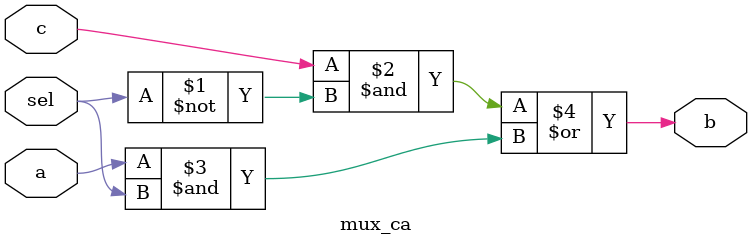
<source format=v>
module mux_ca(input a,c,sel,output b);
  assign b=(c&(~sel))|(a&sel);
endmodule

</source>
